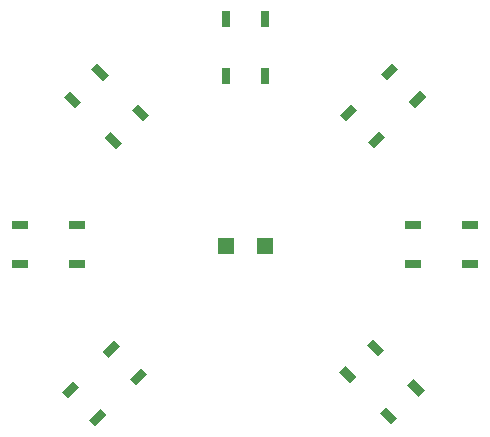
<source format=gtp>
G04 #@! TF.GenerationSoftware,KiCad,Pcbnew,(2017-05-14 revision 14bb238b3)-makepkg*
G04 #@! TF.CreationDate,2017-07-07T13:01:08-06:00*
G04 #@! TF.ProjectId,001,3030312E6B696361645F706362000000,rev?*
G04 #@! TF.FileFunction,Paste,Top*
G04 #@! TF.FilePolarity,Positive*
%FSLAX46Y46*%
G04 Gerber Fmt 4.6, Leading zero omitted, Abs format (unit mm)*
G04 Created by KiCad (PCBNEW (2017-05-14 revision 14bb238b3)-makepkg) date 07/07/17 13:01:08*
%MOMM*%
%LPD*%
G01*
G04 APERTURE LIST*
%ADD10C,0.100000*%
%ADD11R,1.347600X1.347600*%
%ADD12C,0.736600*%
%ADD13R,0.736600X1.346200*%
%ADD14R,1.346200X0.736600*%
G04 APERTURE END LIST*
D10*
D11*
X131531120Y-71065560D03*
X128231120Y-71065560D03*
D12*
X140932144Y-62070002D03*
D10*
G36*
X140716618Y-62806383D02*
X140195763Y-62285528D01*
X141147670Y-61333621D01*
X141668525Y-61854476D01*
X140716618Y-62806383D01*
X140716618Y-62806383D01*
G37*
D12*
X138597278Y-59735136D03*
D10*
G36*
X138381752Y-60471517D02*
X137860897Y-59950662D01*
X138812804Y-58998755D01*
X139333659Y-59519610D01*
X138381752Y-60471517D01*
X138381752Y-60471517D01*
G37*
D12*
X142045696Y-56286718D03*
D10*
G36*
X141830170Y-57023099D02*
X141309315Y-56502244D01*
X142261222Y-55550337D01*
X142782077Y-56071192D01*
X141830170Y-57023099D01*
X141830170Y-57023099D01*
G37*
D12*
X144380562Y-58621584D03*
D10*
G36*
X144165036Y-59357965D02*
X143644181Y-58837110D01*
X144596088Y-57885203D01*
X145116943Y-58406058D01*
X144165036Y-59357965D01*
X144165036Y-59357965D01*
G37*
D13*
X131532120Y-51812360D03*
X128230120Y-51812360D03*
X128230120Y-56689160D03*
X131532120Y-56689160D03*
D12*
X115203878Y-58672384D03*
D10*
G36*
X114467497Y-58456858D02*
X114988352Y-57936003D01*
X115940259Y-58887910D01*
X115419404Y-59408765D01*
X114467497Y-58456858D01*
X114467497Y-58456858D01*
G37*
D12*
X117538744Y-56337518D03*
D10*
G36*
X116802363Y-56121992D02*
X117323218Y-55601137D01*
X118275125Y-56553044D01*
X117754270Y-57073899D01*
X116802363Y-56121992D01*
X116802363Y-56121992D01*
G37*
D12*
X120987162Y-59785936D03*
D10*
G36*
X120250781Y-59570410D02*
X120771636Y-59049555D01*
X121723543Y-60001462D01*
X121202688Y-60522317D01*
X120250781Y-59570410D01*
X120250781Y-59570410D01*
G37*
D12*
X118652296Y-62120802D03*
D10*
G36*
X117915915Y-61905276D02*
X118436770Y-61384421D01*
X119388677Y-62336328D01*
X118867822Y-62857183D01*
X117915915Y-61905276D01*
X117915915Y-61905276D01*
G37*
D14*
X115606320Y-72614960D03*
X115606320Y-69312960D03*
X110729520Y-69312960D03*
X110729520Y-72614960D03*
D12*
X117360944Y-85565002D03*
D10*
G36*
X117145418Y-86301383D02*
X116624563Y-85780528D01*
X117576470Y-84828621D01*
X118097325Y-85349476D01*
X117145418Y-86301383D01*
X117145418Y-86301383D01*
G37*
D12*
X115026078Y-83230136D03*
D10*
G36*
X114810552Y-83966517D02*
X114289697Y-83445662D01*
X115241604Y-82493755D01*
X115762459Y-83014610D01*
X114810552Y-83966517D01*
X114810552Y-83966517D01*
G37*
D12*
X118474496Y-79781718D03*
D10*
G36*
X118258970Y-80518099D02*
X117738115Y-79997244D01*
X118690022Y-79045337D01*
X119210877Y-79566192D01*
X118258970Y-80518099D01*
X118258970Y-80518099D01*
G37*
D12*
X120809362Y-82116584D03*
D10*
G36*
X120593836Y-82852965D02*
X120072981Y-82332110D01*
X121024888Y-81380203D01*
X121545743Y-81901058D01*
X120593836Y-82852965D01*
X120593836Y-82852965D01*
G37*
D12*
X141969496Y-85412602D03*
D10*
G36*
X141233115Y-85197076D02*
X141753970Y-84676221D01*
X142705877Y-85628128D01*
X142185022Y-86148983D01*
X141233115Y-85197076D01*
X141233115Y-85197076D01*
G37*
D12*
X144304362Y-83077736D03*
D10*
G36*
X143567981Y-82862210D02*
X144088836Y-82341355D01*
X145040743Y-83293262D01*
X144519888Y-83814117D01*
X143567981Y-82862210D01*
X143567981Y-82862210D01*
G37*
D12*
X140855944Y-79629318D03*
D10*
G36*
X140119563Y-79413792D02*
X140640418Y-78892937D01*
X141592325Y-79844844D01*
X141071470Y-80365699D01*
X140119563Y-79413792D01*
X140119563Y-79413792D01*
G37*
D12*
X138521078Y-81964184D03*
D10*
G36*
X137784697Y-81748658D02*
X138305552Y-81227803D01*
X139257459Y-82179710D01*
X138736604Y-82700565D01*
X137784697Y-81748658D01*
X137784697Y-81748658D01*
G37*
D14*
X144003520Y-72564160D03*
X144003520Y-69262160D03*
X148880320Y-69262160D03*
X148880320Y-72564160D03*
M02*

</source>
